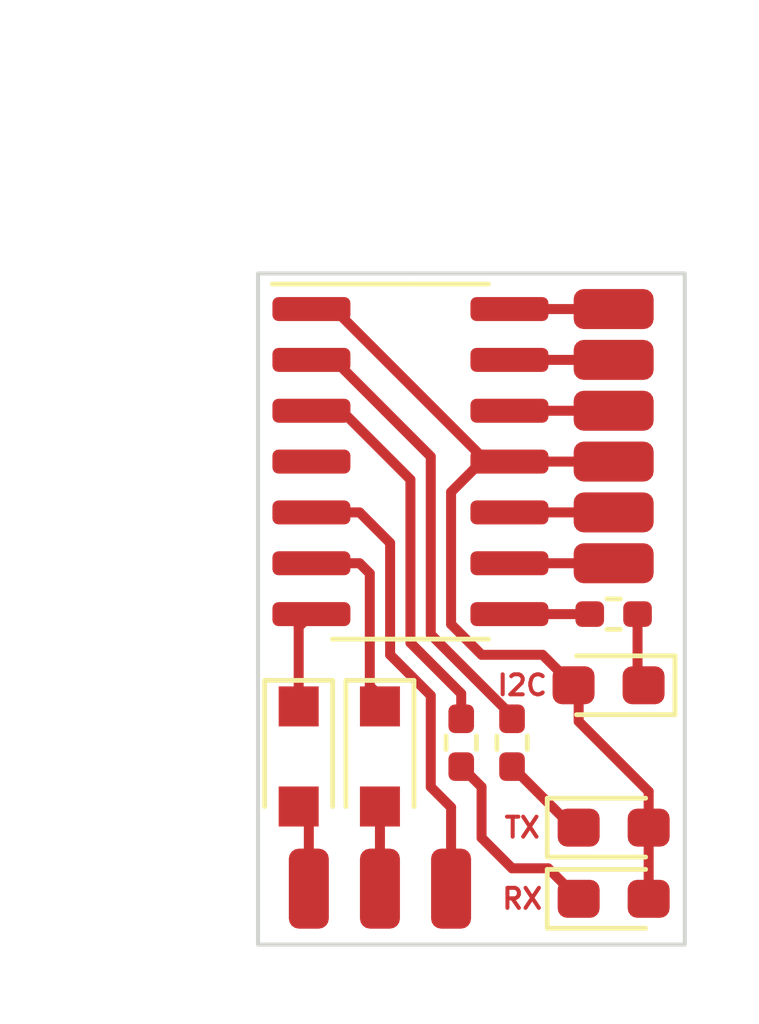
<source format=kicad_pcb>
(kicad_pcb (version 20211014) (generator pcbnew)
  (layers (0 "F.Cu" signal) (31 "B.Cu" signal) (34 "B.Paste" user) (35 "F.Paste" user) (36 "B.SilkS" user "B.Silkscreen") (37 "F.SilkS" user "F.Silkscreen") (38 "B.Mask" user) (39 "F.Mask" user) (44 "Edge.Cuts" user))
  (net 0 "")
  (net 1 "Net-(D1-Pad1)")
  (net 2 "Net-(D1-Pad2)")
  (net 3 "Net-(D2-Pad1)")
  (net 4 "Net-(D2-Pad2)")
  (net 5 "Net-(J1-Pad1)")
  (net 6 "Net-(J2-Pad1)")
  (net 7 "Net-(J3-Pad1)")
  (net 8 "Net-(J4-Pad1)")
  (net 9 "Net-(J5-Pad1)")
  (net 10 "Net-(J6-Pad1)")
  (net 11 "Net-(J7-Pad1)")
  (net 12 "unconnected-(U1-Pad4)")
  (net 13 "Net-(D3-Pad1)")
  (net 14 "Net-(D4-Pad1)")
  (net 15 "Net-(D5-Pad1)")
  (net 16 "Net-(U1-Pad2)")
  (net 17 "Net-(U1-Pad8)")
  (net 18 "Net-(U1-Pad3)")
  (footprint "Connector_Wire:SolderWirePad_1x01_SMD_1x2mm" (layer "F.Cu") (at 86.27 128.603)
    (fp_text reference "J9" hide)
    (fp_text value "Conn_01x01_Female")
    (pad "1" smd roundrect (at 0 0) (size 1 2) (layers "F.Cu" "F.Paste" "F.Mask") (net 4 "Net-(D2-Pad2)"))
  )
  (footprint "Diode_SMD:D_SOD-323_HandSoldering" (layer "F.Cu") (at 86.016 125.301 -90)
    (fp_text reference "D2" hide)
    (fp_text value "D")
    (fp_line (start -1.9 -0.85) (end 1.25 -0.85) (layer "F.SilkS") (width 0.12))
    (fp_line (start -1.9 0.85) (end 1.25 0.85) (layer "F.SilkS") (width 0.12))
    (fp_line (start -1.9 -0.85) (end -1.9 0.85) (layer "F.SilkS") (width 0.12))
    (pad "1" smd rect (at -1.25 0 270) (size 1 1) (layers "F.Cu" "F.Paste" "F.Mask") (net 3 "Net-(D2-Pad1)"))
    (pad "2" smd rect (at 1.25 0 270) (size 1 1) (layers "F.Cu" "F.Paste" "F.Mask") (net 4 "Net-(D2-Pad2)"))
  )
  (footprint "Connector_Wire:SolderWirePad_1x01_SMD_1x2mm" (layer "F.Cu") (at 93.89 114.125 90)
    (fp_text reference "J4" hide)
    (fp_text value "Conn_01x01_Female")
    (pad "1" smd roundrect (at 0 0 90) (size 1 2) (layers "F.Cu" "F.Paste" "F.Mask") (net 8 "Net-(J4-Pad1)"))
  )
  (footprint "LED_SMD:LED_0603_1608Metric_Pad1.05x0.95mm_HandSolder" (layer "F.Cu") (at 93.89 127.079)
    (fp_text reference "D3" hide)
    (fp_text value "LED")
    (fp_line (start -1.66 0.735) (end 0.8 0.735) (layer "F.SilkS") (width 0.12))
    (fp_line (start 0.8 -0.735) (end -1.66 -0.735) (layer "F.SilkS") (width 0.12))
    (fp_line (start -1.66 -0.735) (end -1.66 0.735) (layer "F.SilkS") (width 0.12))
    (pad "1" smd roundrect (at -0.875 0) (size 1.05 0.95) (layers "F.Cu" "F.Paste" "F.Mask") (net 13 "Net-(D3-Pad1)"))
    (pad "2" smd roundrect (at 0.875 0) (size 1.05 0.95) (layers "F.Cu" "F.Paste" "F.Mask") (net 7 "Net-(J3-Pad1)"))
  )
  (footprint "Connector_Wire:SolderWirePad_1x01_SMD_1x2mm" (layer "F.Cu") (at 89.826 128.603 180)
    (fp_text reference "J7" hide)
    (fp_text value "Conn_01x01_Female")
    (pad "1" smd roundrect (at 0 0 180) (size 1 2) (layers "F.Cu" "F.Paste" "F.Mask") (net 11 "Net-(J7-Pad1)"))
  )
  (footprint "Resistor_SMD:R_0402_1005Metric_Pad0.72x0.64mm_HandSolder" (layer "F.Cu") (at 93.89 121.745)
    (fp_text reference "R2" hide)
    (fp_text value "R")
    (fp_line (start -0.167621 -0.38) (end 0.167621 -0.38) (layer "F.SilkS") (width 0.12))
    (fp_line (start -0.167621 0.38) (end 0.167621 0.38) (layer "F.SilkS") (width 0.12))
    (pad "1" smd roundrect (at -0.5975 0) (size 0.715 0.64) (layers "F.Cu" "F.Paste" "F.Mask") (net 17 "Net-(U1-Pad8)"))
    (pad "2" smd roundrect (at 0.5975 0) (size 0.715 0.64) (layers "F.Cu" "F.Paste" "F.Mask") (net 14 "Net-(D4-Pad1)"))
  )
  (footprint "Connector_Wire:SolderWirePad_1x01_SMD_1x2mm" (layer "F.Cu") (at 93.89 120.475 90)
    (fp_text reference "J5" hide)
    (fp_text value "Conn_01x01_Female")
    (pad "1" smd roundrect (at 0 0 90) (size 1 2) (layers "F.Cu" "F.Paste" "F.Mask") (net 9 "Net-(J5-Pad1)"))
  )
  (footprint "Resistor_SMD:R_0402_1005Metric_Pad0.72x0.64mm_HandSolder" (layer "F.Cu") (at 90.08 124.9575 -90)
    (fp_text reference "R3" hide)
    (fp_text value "R")
    (fp_line (start -0.167621 -0.38) (end 0.167621 -0.38) (layer "F.SilkS") (width 0.12))
    (fp_line (start -0.167621 0.38) (end 0.167621 0.38) (layer "F.SilkS") (width 0.12))
    (pad "1" smd roundrect (at -0.5975 0 270) (size 0.715 0.64) (layers "F.Cu" "F.Paste" "F.Mask") (net 18 "Net-(U1-Pad3)"))
    (pad "2" smd roundrect (at 0.5975 0 270) (size 0.715 0.64) (layers "F.Cu" "F.Paste" "F.Mask") (net 15 "Net-(D5-Pad1)"))
  )
  (footprint "Connector_Wire:SolderWirePad_1x01_SMD_1x2mm" (layer "F.Cu") (at 93.89 115.395 90)
    (fp_text reference "J1" hide)
    (fp_text value "Conn_01x01_Female")
    (pad "1" smd roundrect (at 0 0 90) (size 1 2) (layers "F.Cu" "F.Paste" "F.Mask") (net 5 "Net-(J1-Pad1)"))
  )
  (footprint "Diode_SMD:D_SOD-323_HandSoldering" (layer "F.Cu") (at 88.048 125.301 -90)
    (fp_text reference "D1" hide)
    (fp_text value "D")
    (fp_line (start -1.9 -0.85) (end 1.25 -0.85) (layer "F.SilkS") (width 0.12))
    (fp_line (start -1.9 0.85) (end 1.25 0.85) (layer "F.SilkS") (width 0.12))
    (fp_line (start -1.9 -0.85) (end -1.9 0.85) (layer "F.SilkS") (width 0.12))
    (pad "1" smd rect (at -1.25 0 270) (size 1 1) (layers "F.Cu" "F.Paste" "F.Mask") (net 1 "Net-(D1-Pad1)"))
    (pad "2" smd rect (at 1.25 0 270) (size 1 1) (layers "F.Cu" "F.Paste" "F.Mask") (net 2 "Net-(D1-Pad2)"))
  )
  (footprint "Connector_Wire:SolderWirePad_1x01_SMD_1x2mm" (layer "F.Cu") (at 93.89 119.205 90)
    (fp_text reference "J6" hide)
    (fp_text value "Conn_01x01_Female")
    (pad "1" smd roundrect (at 0 0 90) (size 1 2) (layers "F.Cu" "F.Paste" "F.Mask") (net 10 "Net-(J6-Pad1)"))
  )
  (footprint "Connector_Wire:SolderWirePad_1x01_SMD_1x2mm" (layer "F.Cu") (at 88.048 128.603 180)
    (fp_text reference "J8" hide)
    (fp_text value "Conn_01x01_Female")
    (pad "1" smd roundrect (at 0 0 180) (size 1 2) (layers "F.Cu" "F.Paste" "F.Mask") (net 2 "Net-(D1-Pad2)"))
  )
  (footprint "Connector_Wire:SolderWirePad_1x01_SMD_1x2mm" (layer "F.Cu") (at 93.89 117.935 90)
    (fp_text reference "J3" hide)
    (fp_text value "Conn_01x01_Female")
    (pad "1" smd roundrect (at 0 0 90) (size 1 2) (layers "F.Cu" "F.Paste" "F.Mask") (net 7 "Net-(J3-Pad1)"))
  )
  (footprint "LED_SMD:LED_0603_1608Metric_Pad1.05x0.95mm_HandSolder" (layer "F.Cu") (at 93.763 123.523 180)
    (fp_text reference "D4" hide)
    (fp_text value "LED")
    (fp_line (start 0.8 -0.735) (end -1.66 -0.735) (layer "F.SilkS") (width 0.12))
    (fp_line (start -1.66 -0.735) (end -1.66 0.735) (layer "F.SilkS") (width 0.12))
    (fp_line (start -1.66 0.735) (end 0.8 0.735) (layer "F.SilkS") (width 0.12))
    (pad "1" smd roundrect (at -0.875 0 180) (size 1.05 0.95) (layers "F.Cu" "F.Paste" "F.Mask") (net 14 "Net-(D4-Pad1)"))
    (pad "2" smd roundrect (at 0.875 0 180) (size 1.05 0.95) (layers "F.Cu" "F.Paste" "F.Mask") (net 7 "Net-(J3-Pad1)"))
  )
  (footprint "Package_SO:SOIC-14_3.9x8.7mm_P1.27mm" (layer "F.Cu") (at 88.81 117.935)
    (fp_text reference "U1" hide)
    (fp_text value "MCP2221AxSL")
    (fp_line (start 0 4.435) (end 1.95 4.435) (layer "F.SilkS") (width 0.12))
    (fp_line (start 0 4.435) (end -1.95 4.435) (layer "F.SilkS") (width 0.12))
    (fp_line (start 0 -4.435) (end -3.45 -4.435) (layer "F.SilkS") (width 0.12))
    (fp_line (start 0 -4.435) (end 1.95 -4.435) (layer "F.SilkS") (width 0.12))
    (pad "1" smd roundrect (at -2.475 -3.81) (size 1.95 0.6) (layers "F.Cu" "F.Paste" "F.Mask") (net 7 "Net-(J3-Pad1)"))
    (pad "2" smd roundrect (at -2.475 -2.54) (size 1.95 0.6) (layers "F.Cu" "F.Paste" "F.Mask") (net 16 "Net-(U1-Pad2)"))
    (pad "3" smd roundrect (at -2.475 -1.27) (size 1.95 0.6) (layers "F.Cu" "F.Paste" "F.Mask") (net 18 "Net-(U1-Pad3)"))
    (pad "4" smd roundrect (at -2.475 0) (size 1.95 0.6) (layers "F.Cu" "F.Paste" "F.Mask") (net 12 "unconnected-(U1-Pad4)"))
    (pad "5" smd roundrect (at -2.475 1.27) (size 1.95 0.6) (layers "F.Cu" "F.Paste" "F.Mask") (net 11 "Net-(J7-Pad1)"))
    (pad "6" smd roundrect (at -2.475 2.54) (size 1.95 0.6) (layers "F.Cu" "F.Paste" "F.Mask") (net 1 "Net-(D1-Pad1)"))
    (pad "7" smd roundrect (at -2.475 3.81) (size 1.95 0.6) (layers "F.Cu" "F.Paste" "F.Mask") (net 3 "Net-(D2-Pad1)"))
    (pad "8" smd roundrect (at 2.475 3.81) (size 1.95 0.6) (layers "F.Cu" "F.Paste" "F.Mask") (net 17 "Net-(U1-Pad8)"))
    (pad "9" smd roundrect (at 2.475 2.54) (size 1.95 0.6) (layers "F.Cu" "F.Paste" "F.Mask") (net 9 "Net-(J5-Pad1)"))
    (pad "10" smd roundrect (at 2.475 1.27) (size 1.95 0.6) (layers "F.Cu" "F.Paste" "F.Mask") (net 10 "Net-(J6-Pad1)"))
    (pad "11" smd roundrect (at 2.475 0) (size 1.95 0.6) (layers "F.Cu" "F.Paste" "F.Mask") (net 7 "Net-(J3-Pad1)"))
    (pad "12" smd roundrect (at 2.475 -1.27) (size 1.95 0.6) (layers "F.Cu" "F.Paste" "F.Mask") (net 6 "Net-(J2-Pad1)"))
    (pad "13" smd roundrect (at 2.475 -2.54) (size 1.95 0.6) (layers "F.Cu" "F.Paste" "F.Mask") (net 5 "Net-(J1-Pad1)"))
    (pad "14" smd roundrect (at 2.475 -3.81) (size 1.95 0.6) (layers "F.Cu" "F.Paste" "F.Mask") (net 8 "Net-(J4-Pad1)"))
  )
  (footprint "LED_SMD:LED_0603_1608Metric_Pad1.05x0.95mm_HandSolder" (layer "F.Cu") (at 93.89 128.857)
    (fp_text reference "D5" hide)
    (fp_text value "LED")
    (fp_line (start -1.66 -0.735) (end -1.66 0.735) (layer "F.SilkS") (width 0.12))
    (fp_line (start -1.66 0.735) (end 0.8 0.735) (layer "F.SilkS") (width 0.12))
    (fp_line (start 0.8 -0.735) (end -1.66 -0.735) (layer "F.SilkS") (width 0.12))
    (pad "1" smd roundrect (at -0.875 0) (size 1.05 0.95) (layers "F.Cu" "F.Paste" "F.Mask") (net 15 "Net-(D5-Pad1)"))
    (pad "2" smd roundrect (at 0.875 0) (size 1.05 0.95) (layers "F.Cu" "F.Paste" "F.Mask") (net 7 "Net-(J3-Pad1)"))
  )
  (footprint "Connector_Wire:SolderWirePad_1x01_SMD_1x2mm" (layer "F.Cu") (at 93.89 116.665 90)
    (fp_text reference "J2" hide)
    (fp_text value "Conn_01x01_Female")
    (pad "1" smd roundrect (at 0 0 90) (size 1 2) (layers "F.Cu" "F.Paste" "F.Mask") (net 6 "Net-(J2-Pad1)"))
  )
  (footprint "Resistor_SMD:R_0402_1005Metric_Pad0.72x0.64mm_HandSolder" (layer "F.Cu") (at 91.35 124.9575 -90)
    (fp_text reference "R1" hide)
    (fp_text value "R")
    (fp_line (start -0.167621 0.38) (end 0.167621 0.38) (layer "F.SilkS") (width 0.12))
    (fp_line (start -0.167621 -0.38) (end 0.167621 -0.38) (layer "F.SilkS") (width 0.12))
    (pad "1" smd roundrect (at -0.5975 0 270) (size 0.715 0.64) (layers "F.Cu" "F.Paste" "F.Mask") (net 16 "Net-(U1-Pad2)"))
    (pad "2" smd roundrect (at 0.5975 0 270) (size 0.715 0.64) (layers "F.Cu" "F.Paste" "F.Mask") (net 13 "Net-(D3-Pad1)"))
  )
  (gr_rect (start 95.668 130) (end 85 113.236) (layer "Edge.Cuts") (width 0.1) (fill none))
  (gr_text "TX" (at 91.604 127.079) (layer "F.Cu") (effects (font (size 0.5 0.5) (thickness 0.1))))
  (gr_text "I2C" (at 91.604 123.523) (layer "F.Cu") (effects (font (size 0.5 0.5) (thickness 0.1))))
  (gr_text "RX" (at 91.604 128.857) (layer "F.Cu") (effects (font (size 0.5 0.5) (thickness 0.1))))
  (segment (start 87.794 120.729) (end 87.54 120.475) (width 0.25) (layer "F.Cu") (net 1))
  (segment (start 88.048 123.797) (end 87.794 123.543) (width 0.25) (layer "F.Cu") (net 1))
  (segment (start 87.794 123.543) (end 87.794 120.729) (width 0.25) (layer "F.Cu") (net 1))
  (segment (start 87.54 120.475) (end 86.335 120.475) (width 0.25) (layer "F.Cu") (net 1))
  (segment (start 88.048 128.603) (end 88.048 126.551) (width 0.25) (layer "F.Cu") (net 2))
  (segment (start 86.016 123.797) (end 86.016 122.064) (width 0.25) (layer "F.Cu") (net 3))
  (segment (start 86.016 122.064) (end 86.335 121.745) (width 0.25) (layer "F.Cu") (net 3))
  (segment (start 86.27 128.603) (end 86.27 126.805) (width 0.25) (layer "F.Cu") (net 4))
  (segment (start 86.27 126.805) (end 86.016 126.551) (width 0.25) (layer "F.Cu") (net 4))
  (segment (start 90.65 115.395) (end 93.89 115.395) (width 0.25) (layer "F.Cu") (net 5))
  (segment (start 93.89 116.665) (end 90.65 116.665) (width 0.25) (layer "F.Cu") (net 6))
  (segment (start 90.588 117.935) (end 89.826 118.697) (width 0.25) (layer "F.Cu") (net 7))
  (segment (start 91.285 117.935) (end 90.588 117.935) (width 0.25) (layer "F.Cu") (net 7))
  (segment (start 94.765 126.952) (end 94.765 128.857) (width 0.25) (layer "F.Cu") (net 7))
  (segment (start 93.015 123.65) (end 93.015 124.426) (width 0.25) (layer "F.Cu") (net 7))
  (segment (start 90.715 117.935) (end 86.905 114.125) (width 0.25) (layer "F.Cu") (net 7))
  (segment (start 89.826 118.697) (end 89.826 121.999) (width 0.25) (layer "F.Cu") (net 7))
  (segment (start 91.285 117.935) (end 90.715 117.935) (width 0.25) (layer "F.Cu") (net 7))
  (segment (start 92.112 122.761) (end 90.588 122.761) (width 0.25) (layer "F.Cu") (net 7))
  (segment (start 93.015 123.65) (end 93.001 123.65) (width 0.25) (layer "F.Cu") (net 7))
  (segment (start 93.89 117.935) (end 90.65 117.935) (width 0.25) (layer "F.Cu") (net 7))
  (segment (start 94.765 126.176) (end 94.765 126.952) (width 0.25) (layer "F.Cu") (net 7))
  (segment (start 93.001 123.65) (end 92.112 122.761) (width 0.25) (layer "F.Cu") (net 7))
  (segment (start 89.826 121.999) (end 90.588 122.761) (width 0.25) (layer "F.Cu") (net 7))
  (segment (start 93.015 124.426) (end 94.765 126.176) (width 0.25) (layer "F.Cu") (net 7))
  (segment (start 94.765 126.952) (end 94.765 126.797) (width 0.25) (layer "F.Cu") (net 7))
  (segment (start 86.905 114.125) (end 86.335 114.125) (width 0.25) (layer "F.Cu") (net 7))
  (segment (start 93.89 114.125) (end 90.65 114.125) (width 0.25) (layer "F.Cu") (net 8))
  (segment (start 90.65 120.475) (end 93.89 120.475) (width 0.25) (layer "F.Cu") (net 9))
  (segment (start 93.89 119.205) (end 90.65 119.205) (width 0.25) (layer "F.Cu") (net 10))
  (segment (start 88.302 122.761) (end 88.302 119.967) (width 0.25) (layer "F.Cu") (net 11))
  (segment (start 89.826 126.571) (end 89.318 126.063) (width 0.25) (layer "F.Cu") (net 11))
  (segment (start 89.318 123.777) (end 88.302 122.761) (width 0.25) (layer "F.Cu") (net 11))
  (segment (start 87.54 119.205) (end 86.335 119.205) (width 0.25) (layer "F.Cu") (net 11))
  (segment (start 89.826 128.603) (end 89.826 126.571) (width 0.25) (layer "F.Cu") (net 11))
  (segment (start 89.318 126.063) (end 89.318 123.777) (width 0.25) (layer "F.Cu") (net 11))
  (segment (start 88.302 119.967) (end 87.54 119.205) (width 0.25) (layer "F.Cu") (net 11))
  (segment (start 86.335 117.935) (end 86.905 117.935) (width 0.25) (layer "F.Cu") (net 12))
  (segment (start 92.747 126.952) (end 91.35 125.555) (width 0.25) (layer "F.Cu") (net 13))
  (segment (start 93.015 126.952) (end 92.747 126.952) (width 0.25) (layer "F.Cu") (net 13))
  (segment (start 94.4875 121.745) (end 94.4875 123.3725) (width 0.25) (layer "F.Cu") (net 14))
  (segment (start 94.4875 123.3725) (end 94.765 123.65) (width 0.25) (layer "F.Cu") (net 14))
  (segment (start 92.253 128.095) (end 91.35 128.095) (width 0.25) (layer "F.Cu") (net 15))
  (segment (start 93.015 128.857) (end 92.253 128.095) (width 0.25) (layer "F.Cu") (net 15))
  (segment (start 91.35 128.095) (end 90.588 127.333) (width 0.25) (layer "F.Cu") (net 15))
  (segment (start 90.588 126.063) (end 90.08 125.555) (width 0.25) (layer "F.Cu") (net 15))
  (segment (start 90.588 127.333) (end 90.588 126.063) (width 0.25) (layer "F.Cu") (net 15))
  (segment (start 89.318 122.253) (end 89.318 117.808718) (width 0.25) (layer "F.Cu") (net 16))
  (segment (start 86.905 115.395) (end 86.335 115.395) (width 0.25) (layer "F.Cu") (net 16))
  (segment (start 88.175 116.665718) (end 88.175 116.665) (width 0.25) (layer "F.Cu") (net 16))
  (segment (start 89.318 117.808718) (end 88.175 116.665718) (width 0.25) (layer "F.Cu") (net 16))
  (segment (start 91.35 124.285) (end 89.318 122.253) (width 0.25) (layer "F.Cu") (net 16))
  (segment (start 91.35 124.36) (end 91.35 124.285) (width 0.25) (layer "F.Cu") (net 16))
  (segment (start 88.175 116.665) (end 86.905 115.395) (width 0.25) (layer "F.Cu") (net 16))
  (segment (start 93.2925 121.745) (end 91.285 121.745) (width 0.25) (layer "F.Cu") (net 17))
  (segment (start 87.09048 116.665) (end 86.335 116.665) (width 0.25) (layer "F.Cu") (net 18))
  (segment (start 90.08 124.36) (end 90.08 123.73225) (width 0.25) (layer "F.Cu") (net 18))
  (segment (start 88.81 118.38452) (end 87.09048 116.665) (width 0.25) (layer "F.Cu") (net 18))
  (segment (start 88.81 122.46225) (end 88.81 118.38452) (width 0.25) (layer "F.Cu") (net 18))
  (segment (start 90.08 123.73225) (end 88.81 122.46225) (width 0.25) (layer "F.Cu") (net 18))
)
</source>
